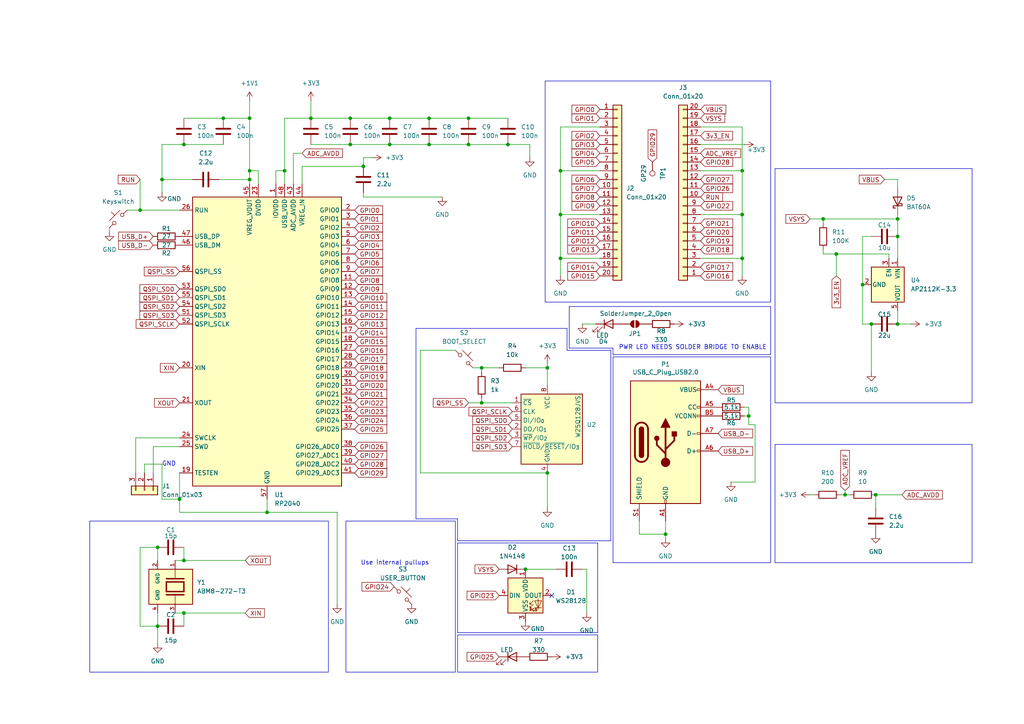
<source format=kicad_sch>
(kicad_sch (version 20250114) (generator "eeschema") (generator_version "9.0")
  (paper "A4")
  (rectangle (start 100.33 151.13) (end 132.08 194.945))
  (rectangle (start 177.8 103.505) (end 223.52 163.195))
  (rectangle (start 132.715 157.48) (end 173.355 183.515))
  (rectangle (start 26.035 151.13) (end 95.25 194.945))
  (rectangle (start 224.79 48.895) (end 281.94 116.84))
  (rectangle (start 224.79 128.905) (end 281.94 163.195))
  (rectangle (start 158.115 23.495) (end 223.52 87.63))
  (rectangle (start 132.715 184.15) (end 173.355 194.945))
  (text "Use internal pullups" (at 114.554 163.322 0) (effects (font (size 1.27 1.27))))
  (text "GND\n" (at 49.022 134.62 0) (effects (font (size 1.27 1.27))))
  (text "PWR LED NEEDS SOLDER BRIDGE TO ENABLE\n" (at 200.914 100.838 0) (effects (font (size 1.27 1.27))))
  (junction (at 250.19 82.55))
  (junction (at 53.34 177.8))
  (junction (at 90.17 34.29))
  (junction (at 260.35 93.98))
  (junction (at 162.56 49.53))
  (junction (at 64.77 34.29))
  (junction (at 139.7 116.84))
  (junction (at 101.6 34.29))
  (junction (at 152.4 165.1))
  (junction (at 82.55 49.53))
  (junction (at 238.76 63.5))
  (junction (at 45.72 158.75))
  (junction (at 113.03 41.91))
  (junction (at 52.07 144.78))
  (junction (at 242.57 73.66))
  (junction (at 162.56 74.93))
  (junction (at 217.17 120.65))
  (junction (at 45.72 181.61))
  (junction (at 40.64 60.96))
  (junction (at 254 143.51))
  (junction (at 158.75 137.16))
  (junction (at 245.11 143.51))
  (junction (at 135.89 34.29))
  (junction (at 135.89 41.91))
  (junction (at 124.46 41.91))
  (junction (at 260.35 68.58))
  (junction (at 162.56 62.23))
  (junction (at 124.46 34.29))
  (junction (at 53.34 41.91))
  (junction (at 77.47 148.59))
  (junction (at 46.99 52.07))
  (junction (at 53.34 162.56))
  (junction (at 215.265 62.23))
  (junction (at 215.265 74.93))
  (junction (at 193.04 154.94))
  (junction (at 158.75 106.68))
  (junction (at 215.265 49.53))
  (junction (at 139.7 106.68))
  (junction (at 252.73 93.98))
  (junction (at 72.39 52.07))
  (junction (at 260.35 63.5))
  (junction (at 72.39 34.29))
  (junction (at 113.03 34.29))
  (junction (at 72.39 49.53))
  (junction (at 101.6 41.91))
  (junction (at 105.41 48.26))
  (junction (at 147.32 41.91))
  (no_connect (at 160.02 172.72))
  (wire (pts (xy 46.99 41.91) (xy 53.34 41.91)))
  (wire (pts (xy 137.16 106.68) (xy 139.7 106.68)))
  (wire (pts (xy 139.7 106.68) (xy 144.78 106.68)))
  (wire (pts (xy 250.19 68.58) (xy 252.73 68.58)))
  (wire (pts (xy 139.7 116.84) (xy 148.59 116.84)))
  (polyline (pts (xy 120.65 95.25) (xy 120.65 150.495)))
  (polyline (pts (xy 165.1 100.965) (xy 177.8 100.965)))
  (wire (pts (xy 260.35 52.07) (xy 256.54 52.07)))
  (wire (pts (xy 135.89 34.29) (xy 147.32 34.29)))
  (polyline (pts (xy 164.465 101.6) (xy 164.465 95.25)))
  (wire (pts (xy 135.89 116.84) (xy 139.7 116.84)))
  (wire (pts (xy 87.63 44.45) (xy 85.09 44.45)))
  (wire (pts (xy 217.17 118.11) (xy 217.17 120.65)))
  (wire (pts (xy 52.07 129.54) (xy 44.45 129.54)))
  (wire (pts (xy 40.64 181.61) (xy 45.72 181.61)))
  (wire (pts (xy 52.07 148.59) (xy 77.47 148.59)))
  (wire (pts (xy 31.75 67.31) (xy 31.75 66.04)))
  (wire (pts (xy 46.99 134.62) (xy 46.99 144.78)))
  (wire (pts (xy 52.07 127) (xy 39.37 127)))
  (wire (pts (xy 254 143.51) (xy 261.62 143.51)))
  (wire (pts (xy 219.0022 123.19) (xy 219.0022 139.8414)))
  (wire (pts (xy 243.84 143.51) (xy 245.11 143.51)))
  (wire (pts (xy 52.07 148.59) (xy 52.07 144.78)))
  (wire (pts (xy 203.2 49.53) (xy 215.265 49.53)))
  (wire (pts (xy 257.81 74.93) (xy 257.81 73.66)))
  (wire (pts (xy 242.57 73.66) (xy 238.76 73.66)))
  (wire (pts (xy 245.11 143.51) (xy 246.38 143.51)))
  (wire (pts (xy 53.34 177.8) (xy 53.34 181.61)))
  (wire (pts (xy 139.7 106.68) (xy 139.7 107.95)))
  (wire (pts (xy 87.63 48.26) (xy 105.41 48.26)))
  (wire (pts (xy 168.91 93.98) (xy 172.72 93.98)))
  (wire (pts (xy 46.99 52.07) (xy 55.88 52.07)))
  (wire (pts (xy 203.2 36.83) (xy 215.265 36.83)))
  (wire (pts (xy 152.4 106.68) (xy 158.75 106.68)))
  (wire (pts (xy 212.0166 139.8414) (xy 219.0022 139.8414)))
  (wire (pts (xy 53.34 177.8) (xy 71.12 177.8)))
  (wire (pts (xy 215.265 80.01) (xy 215.265 74.93)))
  (wire (pts (xy 97.79 175.26) (xy 97.79 148.59)))
  (polyline (pts (xy 177.8 102.87) (xy 223.52 102.87)))
  (wire (pts (xy 121.92 101.6) (xy 121.92 137.16)))
  (wire (pts (xy 101.6 41.91) (xy 113.03 41.91)))
  (wire (pts (xy 147.32 41.91) (xy 153.67 41.91)))
  (wire (pts (xy 41.91 137.16) (xy 41.91 134.62)))
  (wire (pts (xy 217.17 123.19) (xy 219.0022 123.19)))
  (wire (pts (xy 80.01 49.53) (xy 82.55 49.53)))
  (wire (pts (xy 72.39 49.53) (xy 74.93 49.53)))
  (wire (pts (xy 128.27 57.15) (xy 105.41 57.15)))
  (wire (pts (xy 40.64 158.75) (xy 45.72 158.75)))
  (wire (pts (xy 44.45 129.54) (xy 44.45 137.16)))
  (polyline (pts (xy 177.8 100.965) (xy 177.8 102.87)))
  (wire (pts (xy 45.72 177.8) (xy 45.72 181.61)))
  (wire (pts (xy 77.47 148.59) (xy 97.79 148.59)))
  (wire (pts (xy 161.29 165.1) (xy 152.4 165.1)))
  (wire (pts (xy 40.64 52.07) (xy 40.64 60.96)))
  (wire (pts (xy 173.99 49.53) (xy 162.56 49.53)))
  (wire (pts (xy 87.63 53.34) (xy 87.63 48.26)))
  (wire (pts (xy 80.01 53.34) (xy 80.01 49.53)))
  (wire (pts (xy 162.56 62.23) (xy 162.56 74.93)))
  (wire (pts (xy 105.41 45.72) (xy 105.41 48.26)))
  (wire (pts (xy 185.42 151.13) (xy 185.42 154.94)))
  (polyline (pts (xy 132.715 156.845) (xy 177.165 156.845)))
  (polyline (pts (xy 165.1 88.9) (xy 165.1 100.965)))
  (wire (pts (xy 46.99 52.07) (xy 46.99 41.91)))
  (wire (pts (xy 90.17 29.21) (xy 90.17 34.29)))
  (wire (pts (xy 85.09 44.45) (xy 85.09 53.34)))
  (wire (pts (xy 53.34 41.91) (xy 64.77 41.91)))
  (wire (pts (xy 46.99 144.78) (xy 52.07 144.78)))
  (wire (pts (xy 82.55 34.29) (xy 90.17 34.29)))
  (wire (pts (xy 203.2 41.91) (xy 215.9 41.91)))
  (wire (pts (xy 234.95 143.51) (xy 236.22 143.51)))
  (wire (pts (xy 203.2 74.93) (xy 215.265 74.93)))
  (wire (pts (xy 162.56 36.83) (xy 162.56 49.53)))
  (wire (pts (xy 250.19 68.58) (xy 250.19 82.55)))
  (wire (pts (xy 64.77 34.29) (xy 72.39 34.29)))
  (wire (pts (xy 40.64 60.96) (xy 52.07 60.96)))
  (wire (pts (xy 105.41 57.15) (xy 105.41 55.88)))
  (polyline (pts (xy 164.465 95.25) (xy 120.65 95.25)))
  (wire (pts (xy 101.6 34.29) (xy 113.03 34.29)))
  (wire (pts (xy 39.37 127) (xy 39.37 137.16)))
  (wire (pts (xy 90.17 41.91) (xy 101.6 41.91)))
  (wire (pts (xy 40.64 158.75) (xy 40.64 181.61)))
  (polyline (pts (xy 120.65 150.495) (xy 132.715 150.495)))
  (wire (pts (xy 50.8 177.8) (xy 53.34 177.8)))
  (wire (pts (xy 113.03 41.91) (xy 124.46 41.91)))
  (wire (pts (xy 53.34 158.75) (xy 53.34 162.56)))
  (wire (pts (xy 45.72 162.56) (xy 45.72 158.75)))
  (wire (pts (xy 238.76 63.5) (xy 260.35 63.5)))
  (wire (pts (xy 36.83 60.96) (xy 40.64 60.96)))
  (wire (pts (xy 50.8 162.56) (xy 53.34 162.56)))
  (wire (pts (xy 260.35 90.17) (xy 260.35 93.98)))
  (wire (pts (xy 193.04 156.21) (xy 193.04 154.94)))
  (wire (pts (xy 52.07 137.16) (xy 52.07 144.78)))
  (polyline (pts (xy 223.52 88.9) (xy 165.1 88.9)))
  (wire (pts (xy 203.2 62.23) (xy 215.265 62.23)))
  (wire (pts (xy 124.46 34.29) (xy 135.89 34.29)))
  (wire (pts (xy 217.17 120.65) (xy 217.17 123.19)))
  (wire (pts (xy 173.99 62.23) (xy 162.56 62.23)))
  (wire (pts (xy 250.19 82.55) (xy 250.19 93.98)))
  (wire (pts (xy 215.265 62.23) (xy 215.265 74.93)))
  (wire (pts (xy 132.08 101.6) (xy 121.92 101.6)))
  (wire (pts (xy 162.56 74.93) (xy 162.56 80.01)))
  (wire (pts (xy 238.76 72.39) (xy 238.76 73.66)))
  (wire (pts (xy 264.16 93.98) (xy 260.35 93.98)))
  (wire (pts (xy 162.56 74.93) (xy 173.99 74.93)))
  (polyline (pts (xy 177.165 101.6) (xy 164.465 101.6)))
  (wire (pts (xy 260.35 68.58) (xy 260.35 74.93)))
  (wire (pts (xy 124.46 41.91) (xy 135.89 41.91)))
  (wire (pts (xy 162.56 49.53) (xy 162.56 62.23)))
  (wire (pts (xy 173.99 36.83) (xy 162.56 36.83)))
  (wire (pts (xy 74.93 53.34) (xy 74.93 49.53)))
  (wire (pts (xy 217.17 118.11) (xy 215.9 118.11)))
  (wire (pts (xy 158.75 137.16) (xy 158.75 147.32)))
  (wire (pts (xy 53.34 162.56) (xy 71.12 162.56)))
  (polyline (pts (xy 223.52 102.87) (xy 223.52 88.9)))
  (wire (pts (xy 215.265 49.53) (xy 215.265 62.23)))
  (wire (pts (xy 185.42 154.94) (xy 193.04 154.94)))
  (wire (pts (xy 170.18 165.1) (xy 168.91 165.1)))
  (wire (pts (xy 215.265 36.83) (xy 215.265 49.53)))
  (wire (pts (xy 82.55 49.53) (xy 82.55 53.34)))
  (wire (pts (xy 254 147.32) (xy 254 143.51)))
  (wire (pts (xy 158.75 106.68) (xy 158.75 111.76)))
  (wire (pts (xy 158.75 105.41) (xy 158.75 106.68)))
  (wire (pts (xy 46.99 55.88) (xy 46.99 52.07)))
  (polyline (pts (xy 132.715 150.495) (xy 132.715 156.845)))
  (wire (pts (xy 90.17 34.29) (xy 101.6 34.29)))
  (wire (pts (xy 170.18 177.8) (xy 170.18 165.1)))
  (wire (pts (xy 153.67 45.72) (xy 153.67 41.91)))
  (wire (pts (xy 53.34 34.29) (xy 64.77 34.29)))
  (wire (pts (xy 242.57 80.01) (xy 242.57 73.66)))
  (wire (pts (xy 260.35 62.23) (xy 260.35 63.5)))
  (wire (pts (xy 215.9 120.65) (xy 217.17 120.65)))
  (wire (pts (xy 72.39 29.21) (xy 72.39 34.29)))
  (wire (pts (xy 113.03 34.29) (xy 124.46 34.29)))
  (wire (pts (xy 121.92 137.16) (xy 158.75 137.16)))
  (wire (pts (xy 72.39 52.07) (xy 72.39 49.53)))
  (wire (pts (xy 139.7 115.57) (xy 139.7 116.84)))
  (wire (pts (xy 135.89 41.91) (xy 147.32 41.91)))
  (wire (pts (xy 250.19 93.98) (xy 252.73 93.98)))
  (wire (pts (xy 72.39 53.34) (xy 72.39 52.07)))
  (wire (pts (xy 63.5 52.07) (xy 72.39 52.07)))
  (polyline (pts (xy 177.165 156.845) (xy 177.165 101.6)))
  (wire (pts (xy 234.95 63.5) (xy 238.76 63.5)))
  (wire (pts (xy 245.11 142.24) (xy 245.11 143.51)))
  (wire (pts (xy 82.55 34.29) (xy 82.55 49.53)))
  (wire (pts (xy 45.72 181.61) (xy 45.72 186.69)))
  (wire (pts (xy 77.47 144.78) (xy 77.47 148.59)))
  (wire (pts (xy 257.81 73.66) (xy 242.57 73.66)))
  (wire (pts (xy 260.35 63.5) (xy 260.35 68.58)))
  (wire (pts (xy 238.76 64.77) (xy 238.76 63.5)))
  (wire (pts (xy 252.73 93.98) (xy 252.73 107.95)))
  (wire (pts (xy 41.91 134.62) (xy 46.99 134.62)))
  (wire (pts (xy 260.35 54.61) (xy 260.35 52.07)))
  (wire (pts (xy 72.39 34.29) (xy 72.39 49.53)))
  (wire (pts (xy 193.04 154.94) (xy 193.04 151.13)))
  (wire (pts (xy 107.95 45.72) (xy 105.41 45.72)))
  (global_label "VSYS" (shape input) (at 234.95 63.5 180) (property "Intersheetrefs" "${INTERSHEET_REFS}" (effects (hide yes))))
  (global_label "GPIO21" (shape input) (at 203.2 64.77 0) (property "Intersheetrefs" "${INTERSHEET_REFS}" (effects (hide yes))))
  (global_label "GPIO12" (shape input) (at 173.99 69.85 180) (property "Intersheetrefs" "${INTERSHEET_REFS}" (effects (hide yes))))
  (global_label "GPIO15" (shape input) (at 102.87 99.06 0) (property "Intersheetrefs" "${INTERSHEET_REFS}" (effects (hide yes))))
  (global_label "GPIO11" (shape input) (at 173.99 67.31 180) (property "Intersheetrefs" "${INTERSHEET_REFS}" (effects (hide yes))))
  (global_label "GPIO14" (shape input) (at 102.87 96.52 0) (property "Intersheetrefs" "${INTERSHEET_REFS}" (effects (hide yes))))
  (global_label "XIN" (shape input) (at 71.12 177.8 0) (property "Intersheetrefs" "${INTERSHEET_REFS}" (effects (hide yes))))
  (global_label "GPIO2" (shape input) (at 173.99 39.37 180) (property "Intersheetrefs" "${INTERSHEET_REFS}" (effects (hide yes))))
  (global_label "QSPI_SS" (shape input) (at 135.89 116.84 180) (property "Intersheetrefs" "${INTERSHEET_REFS}" (effects (hide yes))))
  (global_label "GPIO27" (shape input) (at 203.2 52.07 0) (property "Intersheetrefs" "${INTERSHEET_REFS}" (effects (hide yes))))
  (global_label "QSPI_SD0" (shape input) (at 52.07 83.82 180) (property "Intersheetrefs" "${INTERSHEET_REFS}" (effects (hide yes))))
  (global_label "GPIO1" (shape input) (at 173.99 34.29 180) (property "Intersheetrefs" "${INTERSHEET_REFS}" (effects (hide yes))))
  (global_label "GPIO6" (shape input) (at 102.87 76.2 0) (property "Intersheetrefs" "${INTERSHEET_REFS}" (effects (hide yes))))
  (global_label "USB_D-" (shape input) (at 208.28 125.73 0) (property "Intersheetrefs" "${INTERSHEET_REFS}" (effects (hide yes))))
  (global_label "GPIO2" (shape input) (at 102.87 66.04 0) (property "Intersheetrefs" "${INTERSHEET_REFS}" (effects (hide yes))))
  (global_label "3v3_EN" (shape input) (at 242.57 80.01 270) (property "Intersheetrefs" "${INTERSHEET_REFS}" (effects (hide yes))))
  (global_label "XOUT" (shape input) (at 52.07 116.84 180) (property "Intersheetrefs" "${INTERSHEET_REFS}" (effects (hide yes))))
  (global_label "GPIO29" (shape input) (at 189.23 46.99 90) (property "Intersheetrefs" "${INTERSHEET_REFS}" (effects (hide yes))))
  (global_label "GPIO3" (shape input) (at 102.87 68.58 0) (property "Intersheetrefs" "${INTERSHEET_REFS}" (effects (hide yes))))
  (global_label "ADC_VREF" (shape input) (at 203.2 44.45 0) (property "Intersheetrefs" "${INTERSHEET_REFS}" (effects (hide yes))))
  (global_label "QSPI_SD2" (shape input) (at 52.07 88.9 180) (property "Intersheetrefs" "${INTERSHEET_REFS}" (effects (hide yes))))
  (global_label "GPIO0" (shape input) (at 102.87 60.96 0) (property "Intersheetrefs" "${INTERSHEET_REFS}" (effects (hide yes))))
  (global_label "GPIO14" (shape input) (at 173.99 77.47 180) (property "Intersheetrefs" "${INTERSHEET_REFS}" (effects (hide yes))))
  (global_label "QSPI_SD3" (shape input) (at 148.59 129.54 180) (property "Intersheetrefs" "${INTERSHEET_REFS}" (effects (hide yes))))
  (global_label "VBUS" (shape input) (at 203.2 31.75 0) (property "Intersheetrefs" "${INTERSHEET_REFS}" (effects (hide yes))))
  (global_label "GPIO22" (shape input) (at 102.87 116.84 0) (property "Intersheetrefs" "${INTERSHEET_REFS}" (effects (hide yes))))
  (global_label "GPIO13" (shape input) (at 102.87 93.98 0) (property "Intersheetrefs" "${INTERSHEET_REFS}" (effects (hide yes))))
  (global_label "GPIO4" (shape input) (at 102.87 71.12 0) (property "Intersheetrefs" "${INTERSHEET_REFS}" (effects (hide yes))))
  (global_label "GPIO0" (shape input) (at 173.99 31.75 180) (property "Intersheetrefs" "${INTERSHEET_REFS}" (effects (hide yes))))
  (global_label "3v3_EN" (shape input) (at 203.2 39.37 0) (property "Intersheetrefs" "${INTERSHEET_REFS}" (effects (hide yes))))
  (global_label "QSPI_SD2" (shape input) (at 148.59 127 180) (property "Intersheetrefs" "${INTERSHEET_REFS}" (effects (hide yes))))
  (global_label "GPIO3" (shape input) (at 173.99 41.91 180) (property "Intersheetrefs" "${INTERSHEET_REFS}" (effects (hide yes))))
  (global_label "QSPI_SD1" (shape input) (at 148.59 124.46 180) (property "Intersheetrefs" "${INTERSHEET_REFS}" (effects (hide yes))))
  (global_label "GPIO10" (shape input) (at 173.99 64.77 180) (property "Intersheetrefs" "${INTERSHEET_REFS}" (effects (hide yes))))
  (global_label "USB_D-" (shape input) (at 44.45 71.12 180) (property "Intersheetrefs" "${INTERSHEET_REFS}" (effects (hide yes))))
  (global_label "GPIO9" (shape input) (at 102.87 83.82 0) (property "Intersheetrefs" "${INTERSHEET_REFS}" (effects (hide yes))))
  (global_label "XIN" (shape input) (at 52.07 106.68 180) (property "Intersheetrefs" "${INTERSHEET_REFS}" (effects (hide yes))))
  (global_label "GPIO25" (shape input) (at 144.78 190.5 180) (property "Intersheetrefs" "${INTERSHEET_REFS}" (effects (hide yes))))
  (global_label "GPIO6" (shape input) (at 173.99 52.07 180) (property "Intersheetrefs" "${INTERSHEET_REFS}" (effects (hide yes))))
  (global_label "GPIO28" (shape input) (at 203.2 46.99 0) (property "Intersheetrefs" "${INTERSHEET_REFS}" (effects (hide yes))))
  (global_label "ADC_AVDD" (shape input) (at 87.63 44.45 0) (property "Intersheetrefs" "${INTERSHEET_REFS}" (effects (hide yes))))
  (global_label "GPIO7" (shape input) (at 173.99 54.61 180) (property "Intersheetrefs" "${INTERSHEET_REFS}" (effects (hide yes))))
  (global_label "GPIO9" (shape input) (at 173.99 59.69 180) (property "Intersheetrefs" "${INTERSHEET_REFS}" (effects (hide yes))))
  (global_label "GPIO22" (shape input) (at 203.2 59.69 0) (property "Intersheetrefs" "${INTERSHEET_REFS}" (effects (hide yes))))
  (global_label "GPIO24" (shape input) (at 114.3 170.18 180) (property "Intersheetrefs" "${INTERSHEET_REFS}" (effects (hide yes))))
  (global_label "GPIO16" (shape input) (at 203.2 80.01 0) (property "Intersheetrefs" "${INTERSHEET_REFS}" (effects (hide yes))))
  (global_label "USB_D+" (shape input) (at 208.28 130.81 0) (property "Intersheetrefs" "${INTERSHEET_REFS}" (effects (hide yes))))
  (global_label "XOUT" (shape input) (at 71.12 162.56 0) (property "Intersheetrefs" "${INTERSHEET_REFS}" (effects (hide yes))))
  (global_label "GPIO10" (shape input) (at 102.87 86.36 0) (property "Intersheetrefs" "${INTERSHEET_REFS}" (effects (hide yes))))
  (global_label "GPIO25" (shape input) (at 102.87 124.46 0) (property "Intersheetrefs" "${INTERSHEET_REFS}" (effects (hide yes))))
  (global_label "QSPI_SD0" (shape input) (at 148.59 121.92 180) (property "Intersheetrefs" "${INTERSHEET_REFS}" (effects (hide yes))))
  (global_label "GPIO12" (shape input) (at 102.87 91.44 0) (property "Intersheetrefs" "${INTERSHEET_REFS}" (effects (hide yes))))
  (global_label "GPIO26" (shape input) (at 203.2 54.61 0) (property "Intersheetrefs" "${INTERSHEET_REFS}" (effects (hide yes))))
  (global_label "GPIO15" (shape input) (at 173.99 80.01 180) (property "Intersheetrefs" "${INTERSHEET_REFS}" (effects (hide yes))))
  (global_label "GPIO23" (shape input) (at 102.87 119.38 0) (property "Intersheetrefs" "${INTERSHEET_REFS}" (effects (hide yes))))
  (global_label "GPIO26" (shape input) (at 102.87 129.54 0) (property "Intersheetrefs" "${INTERSHEET_REFS}" (effects (hide yes))))
  (global_label "QSPI_SD1" (shape input) (at 52.07 86.36 180) (property "Intersheetrefs" "${INTERSHEET_REFS}" (effects (hide yes))))
  (global_label "GPIO20" (shape input) (at 203.2 67.31 0) (property "Intersheetrefs" "${INTERSHEET_REFS}" (effects (hide yes))))
  (global_label "QSPI_SD3" (shape input) (at 52.07 91.44 180) (property "Intersheetrefs" "${INTERSHEET_REFS}" (effects (hide yes))))
  (global_label "GPIO24" (shape input) (at 102.87 121.92 0) (property "Intersheetrefs" "${INTERSHEET_REFS}" (effects (hide yes))))
  (global_label "QSPI_SCLK" (shape input) (at 148.59 119.38 180) (property "Intersheetrefs" "${INTERSHEET_REFS}" (effects (hide yes))))
  (global_label "GPIO7" (shape input) (at 102.87 78.74 0) (property "Intersheetrefs" "${INTERSHEET_REFS}" (effects (hide yes))))
  (global_label "GPIO11" (shape input) (at 102.87 88.9 0) (property "Intersheetrefs" "${INTERSHEET_REFS}" (effects (hide yes))))
  (global_label "QSPI_SS" (shape input) (at 52.07 78.74 180) (property "Intersheetrefs" "${INTERSHEET_REFS}" (effects (hide yes))))
  (global_label "GPIO5" (shape input) (at 173.99 46.99 180) (property "Intersheetrefs" "${INTERSHEET_REFS}" (effects (hide yes))))
  (global_label "GPIO19" (shape input) (at 203.2 69.85 0) (property "Intersheetrefs" "${INTERSHEET_REFS}" (effects (hide yes))))
  (global_label "GPIO13" (shape input) (at 173.99 72.39 180) (property "Intersheetrefs" "${INTERSHEET_REFS}" (effects (hide yes))))
  (global_label "GPIO18" (shape input) (at 102.87 106.68 0) (property "Intersheetrefs" "${INTERSHEET_REFS}" (effects (hide yes))))
  (global_label "GPIO19" (shape input) (at 102.87 109.22 0) (property "Intersheetrefs" "${INTERSHEET_REFS}" (effects (hide yes))))
  (global_label "QSPI_SCLK" (shape input) (at 52.07 93.98 180) (property "Intersheetrefs" "${INTERSHEET_REFS}" (effects (hide yes))))
  (global_label "ADC_VREF" (shape input) (at 245.11 142.24 90) (property "Intersheetrefs" "${INTERSHEET_REFS}" (effects (hide yes))))
  (global_label "VSYS" (shape input) (at 144.78 165.1 180) (property "Intersheetrefs" "${INTERSHEET_REFS}" (effects (hide yes))))
  (global_label "VBUS" (shape input) (at 208.28 113.03 0) (property "Intersheetrefs" "${INTERSHEET_REFS}" (effects (hide yes))))
  (global_label "USB_D+" (shape input) (at 44.45 68.58 180) (property "Intersheetrefs" "${INTERSHEET_REFS}" (effects (hide yes))))
  (global_label "GPIO29" (shape input) (at 102.87 137.16 0) (property "Intersheetrefs" "${INTERSHEET_REFS}" (effects (hide yes))))
  (global_label "GPIO28" (shape input) (at 102.87 134.62 0) (property "Intersheetrefs" "${INTERSHEET_REFS}" (effects (hide yes))))
  (global_label "GPIO23" (shape input) (at 144.78 172.72 180) (property "Intersheetrefs" "${INTERSHEET_REFS}" (effects (hide yes))))
  (global_label "GPIO17" (shape input) (at 203.2 77.47 0) (property "Intersheetrefs" "${INTERSHEET_REFS}" (effects (hide yes))))
  (global_label "GPIO20" (shape input) (at 102.87 111.76 0) (property "Intersheetrefs" "${INTERSHEET_REFS}" (effects (hide yes))))
  (global_label "RUN" (shape input) (at 203.2 57.15 0) (property "Intersheetrefs" "${INTERSHEET_REFS}" (effects (hide yes))))
  (global_label "GPIO8" (shape input) (at 173.99 57.15 180) (property "Intersheetrefs" "${INTERSHEET_REFS}" (effects (hide yes))))
  (global_label "GPIO18" (shape input) (at 203.2 72.39 0) (property "Intersheetrefs" "${INTERSHEET_REFS}" (effects (hide yes))))
  (global_label "ADC_AVDD" (shape input) (at 261.62 143.51 0) (property "Intersheetrefs" "${INTERSHEET_REFS}" (effects (hide yes))))
  (global_label "GPIO5" (shape input) (at 102.87 73.66 0) (property "Intersheetrefs" "${INTERSHEET_REFS}" (effects (hide yes))))
  (global_label "RUN" (shape input) (at 40.64 52.07 180) (property "Intersheetrefs" "${INTERSHEET_REFS}" (effects (hide yes))))
  (global_label "GPIO4" (shape input) (at 173.99 44.45 180) (property "Intersheetrefs" "${INTERSHEET_REFS}" (effects (hide yes))))
  (global_label "GPIO21" (shape input) (at 102.87 114.3 0) (property "Intersheetrefs" "${INTERSHEET_REFS}" (effects (hide yes))))
  (global_label "VSYS" (shape input) (at 203.2 34.29 0) (property "Intersheetrefs" "${INTERSHEET_REFS}" (effects (hide yes))))
  (global_label "GPIO16" (shape input) (at 102.87 101.6 0) (property "Intersheetrefs" "${INTERSHEET_REFS}" (effects (hide yes))))
  (global_label "GPIO8" (shape input) (at 102.87 81.28 0) (property "Intersheetrefs" "${INTERSHEET_REFS}" (effects (hide yes))))
  (global_label "VBUS" (shape input) (at 256.54 52.07 180) (property "Intersheetrefs" "${INTERSHEET_REFS}" (effects (hide yes))))
  (global_label "GPIO1" (shape input) (at 102.87 63.5 0) (property "Intersheetrefs" "${INTERSHEET_REFS}" (effects (hide yes))))
  (global_label "GPIO27" (shape input) (at 102.87 132.08 0) (property "Intersheetrefs" "${INTERSHEET_REFS}" (effects (hide yes))))
  (global_label "GPIO17" (shape input) (at 102.87 104.14 0) (property "Intersheetrefs" "${INTERSHEET_REFS}" (effects (hide yes))))
  (symbol (lib_id "Scottokicad:Placeholder_Keyswitch") (at 34.29 63.5 0) (mirror y) (unit 1)
    (property "Reference" "S1" (at 34.29 55.88 0))
    (property "Value" "Keyswitch" (at 34.29 58.42 0))
    (property "Footprint" "Button_Switch_SMD:SW_SPST_B3U-1000P" (effects (hide yes)))
    (property "Description" "Push button switch, normally open, two pins, 45° tilted" (effects (hide yes)))
  )
  (symbol (lib_id "Device:C") (at 59.69 52.07 270) (unit 1)
    (property "Reference" "C12" (at 59.69 44.45 90))
    (property "Value" "2.2u" (at 59.69 46.99 90))
    (property "Footprint" "Capacitor_SMD:C_0402_1005Metric" (effects (hide yes)))
    (property "Description" "Unpolarized capacitor" (effects (hide yes)))
  )
  (symbol (lib_id "MCU_RaspberryPi:RP2040") (at 77.47 99.06 0) (unit 1)
    (property "Reference" "U1" (at 79.6133 143.51 0) (effects (justify left)))
    (property "Value" "RP2040" (at 79.6133 146.05 0) (effects (justify left)))
    (property "Footprint" "Package_DFN_QFN:QFN-56-1EP_7x7mm_P0.4mm_EP3.2x3.2mm" (effects (hide yes)))
    (property "Datasheet" "https://datasheets.raspberrypi.com/rp2040/rp2040-datasheet.pdf" (effects (hide yes)))
    (property "Description" "A microcontroller by Raspberry Pi" (effects (hide yes)))
  )
  (symbol (lib_id "Device:R") (at 212.09 118.11 90) (unit 1)
    (property "Reference" "R5" (at 212.09 116.078 90))
    (property "Value" "5.1k" (at 212.09 118.11 90))
    (property "Footprint" "Resistor_SMD:R_0402_1005Metric" (effects (hide yes)))
    (property "Description" "Resistor" (effects (hide yes)))
  )
  (symbol (lib_id "power:GND") (at 152.4 180.34 0) (unit 1)
    (property "Reference" "#PWR017" (effects (hide yes)))
    (property "Value" "GND" (at 155.956 182.372 0))
    (property "Description" "Power symbol creates a global label with name \"GND\" , ground" (effects (hide yes)))
  )
  (symbol (lib_id "Device:R") (at 48.26 68.58 90) (unit 1)
    (property "Reference" "R1" (at 48.26 66.294 90))
    (property "Value" "27" (at 48.26 68.58 90))
    (property "Footprint" "Resistor_SMD:R_0402_1005Metric" (effects (hide yes)))
    (property "Description" "Resistor" (effects (hide yes)))
  )
  (symbol (lib_id "power:+3V3") (at 264.16 93.98 270) (unit 1)
    (property "Reference" "#PWR022" (effects (hide yes)))
    (property "Value" "+3V3" (at 267.97 93.9799 90) (effects (justify left)))
    (property "Description" "Power symbol creates a global label with name \"+3V3\"" (effects (hide yes)))
  )
  (symbol (lib_id "power:GND") (at 162.56 80.01 0) (unit 1)
    (property "Reference" "#PWR015" (effects (hide yes)))
    (property "Value" "GND" (at 162.56 85.09 0))
    (property "Description" "Power symbol creates a global label with name \"GND\" , ground" (effects (hide yes)))
  )
  (symbol (lib_id "Device:R") (at 212.09 120.65 90) (unit 1)
    (property "Reference" "R6" (at 212.09 122.682 90))
    (property "Value" "5.1k" (at 212.09 120.65 90))
    (property "Footprint" "Resistor_SMD:R_0402_1005Metric" (effects (hide yes)))
    (property "Description" "Resistor" (effects (hide yes)))
  )
  (symbol (lib_id "Scottokicad:Placeholder_Keyswitch") (at 116.84 172.72 0) (unit 1)
    (property "Reference" "S3" (at 116.84 165.1 0))
    (property "Value" "USER_BUTTON" (at 116.84 167.64 0))
    (property "Footprint" "Button_Switch_SMD:SW_SPST_B3U-1000P" (effects (hide yes)))
    (property "Description" "Push button switch, normally open, two pins, 45° tilted" (effects (hide yes)))
  )
  (symbol (lib_id "Device:R") (at 250.19 143.51 90) (unit 1)
    (property "Reference" "R9" (at 250.19 137.16 90))
    (property "Value" "10" (at 250.19 139.7 90))
    (property "Footprint" "Capacitor_SMD:C_0402_1005Metric" (effects (hide yes)))
    (property "Description" "Resistor" (effects (hide yes)))
  )
  (symbol (lib_id "power:GND") (at 215.265 80.01 0) (mirror y) (unit 1)
    (property "Reference" "#PWR016" (effects (hide yes)))
    (property "Value" "GND" (at 215.265 85.09 0))
    (property "Description" "Power symbol creates a global label with name \"GND\" , ground" (effects (hide yes)))
  )
  (symbol (lib_id "power:+3V3") (at 158.75 105.41 0) (unit 1)
    (property "Reference" "#PWR011" (effects (hide yes)))
    (property "Value" "+3V3" (at 158.75 100.33 0))
    (property "Description" "Power symbol creates a global label with name \"+3V3\"" (effects (hide yes)))
  )
  (symbol (lib_id "Device:C") (at 165.1 165.1 90) (unit 1)
    (property "Reference" "C13" (at 165.1 159.004 90))
    (property "Value" "100n" (at 165.1 161.544 90))
    (property "Footprint" "Capacitor_SMD:C_0402_1005Metric" (effects (hide yes)))
    (property "Description" "Unpolarized capacitor" (effects (hide yes)))
  )
  (symbol (lib_id "Connector_Generic:Conn_01x20") (at 198.12 57.15 180) (unit 1)
    (property "Reference" "J3" (at 198.12 25.4 0))
    (property "Value" "Conn_01x20" (at 198.12 27.94 0))
    (property "Footprint" "Connector_PinHeader_2.54mm:PinHeader_1x20_P2.54mm_Vertical" (effects (hide yes)))
    (property "Description" "Generic connector, single row, 01x20, script generated (kicad-library-utils/schlib/autogen/connector/)" (effects (hide yes)))
  )
  (symbol (lib_id "power:+3V3") (at 195.58 93.98 270) (unit 1)
    (property "Reference" "#PWR020" (effects (hide yes)))
    (property "Value" "+3V3" (at 199.39 93.9799 90) (effects (justify left)))
    (property "Description" "Power symbol creates a global label with name \"+3V3\"" (effects (hide yes)))
  )
  (symbol (lib_id "Device:C") (at 49.53 181.61 90) (unit 1)
    (property "Reference" "C2" (at 49.53 178.308 90))
    (property "Value" "15p" (at 49.53 185.674 90))
    (property "Footprint" "Capacitor_SMD:C_0402_1005Metric" (effects (hide yes)))
    (property "Description" "Unpolarized capacitor" (effects (hide yes)))
  )
  (symbol (lib_id "ABM8-272-T3:ABM8-272-T3") (at 50.8 170.18 270) (unit 1)
    (property "Reference" "Y1" (at 57.15 168.9099 90) (effects (justify left)))
    (property "Value" "ABM8-272-T3" (at 57.15 171.4499 90) (effects (justify left)))
    (property "Footprint" "kicad-lib:XTAL_ABM8-272-T3" (effects (hide yes)))
  )
  (symbol (lib_id "Device:C") (at 53.34 38.1 0) (unit 1)
    (property "Reference" "C3" (at 57.15 36.8299 0) (effects (justify left)))
    (property "Value" "100n" (at 57.15 39.3699 0) (effects (justify left)))
    (property "Footprint" "Capacitor_SMD:C_0402_1005Metric" (effects (hide yes)))
    (property "Description" "Unpolarized capacitor" (effects (hide yes)))
  )
  (symbol (lib_id "Device:R") (at 240.03 143.51 90) (unit 1)
    (property "Reference" "R10" (at 240.03 137.16 90))
    (property "Value" "200" (at 240.03 139.7 90))
    (property "Footprint" "Capacitor_SMD:C_0402_1005Metric" (effects (hide yes)))
    (property "Description" "Resistor" (effects (hide yes)))
  )
  (symbol (lib_id "Connector:USB_C_Plug_USB2.0") (at 193.04 128.27 0) (unit 1)
    (property "Reference" "P1" (at 193.04 105.664 0))
    (property "Value" "USB_C_Plug_USB2.0" (at 193.04 107.95 0))
    (property "Footprint" "Connector_USB:USB_C_Receptacle_HCTL_HC-TYPE-C-16P-01A" (effects (hide yes)))
    (property "Datasheet" "https://www.usb.org/sites/default/files/documents/usb_type-c.zip" (effects (hide yes)))
    (property "Description" "USB 2.0-only Type-C Plug connector" (effects (hide yes)))
  )
  (symbol (lib_id "Scottokicad:Placeholder_Keyswitch") (at 134.62 104.14 0) (unit 1)
    (property "Reference" "S2" (at 134.62 96.52 0))
    (property "Value" "BOOT_SELECT" (at 134.62 99.06 0))
    (property "Footprint" "Button_Switch_SMD:SW_SPST_B3U-1000P" (effects (hide yes)))
    (property "Description" "Push button switch, normally open, two pins, 45° tilted" (effects (hide yes)))
  )
  (symbol (lib_id "power:+3V3") (at 215.9 41.91 270) (unit 1)
    (property "Reference" "#PWR014" (effects (hide yes)))
    (property "Value" "+3V3" (at 216.662 43.434 90) (effects (justify left)))
    (property "Description" "Power symbol creates a global label with name \"+3V3\"" (effects (hide yes)))
  )
  (symbol (lib_id "power:GND") (at 158.75 147.32 0) (unit 1)
    (property "Reference" "#PWR010" (effects (hide yes)))
    (property "Value" "GND" (at 158.75 152.4 0))
    (property "Description" "Power symbol creates a global label with name \"GND\" , ground" (effects (hide yes)))
  )
  (symbol (lib_id "power:GND") (at 193.04 156.21 0) (unit 1)
    (property "Reference" "#PWR012" (effects (hide yes)))
    (property "Value" "GND" (at 193.04 161.29 0))
    (property "Description" "Power symbol creates a global label with name \"GND\" , ground" (effects (hide yes)))
  )
  (symbol (lib_id "Device:R") (at 191.77 93.98 90) (unit 1)
    (property "Reference" "R8" (at 191.77 96.012 90))
    (property "Value" "330" (at 191.77 98.552 90))
    (property "Footprint" "Resistor_SMD:R_0402_1005Metric" (effects (hide yes)))
    (property "Description" "Resistor" (effects (hide yes)))
  )
  (symbol (lib_id "Device:C") (at 101.6 38.1 0) (unit 1)
    (property "Reference" "C6" (at 105.41 36.8299 0) (effects (justify left)))
    (property "Value" "100n" (at 105.41 39.3699 0) (effects (justify left)))
    (property "Footprint" "Capacitor_SMD:C_0402_1005Metric" (effects (hide yes)))
    (property "Description" "Unpolarized capacitor" (effects (hide yes)))
  )
  (symbol (lib_id "Device:C") (at 256.54 68.58 90) (unit 1)
    (property "Reference" "C14" (at 256.54 65.278 90))
    (property "Value" "10u" (at 256.54 71.882 90))
    (property "Footprint" "Capacitor_SMD:C_0603_1608Metric" (effects (hide yes)))
    (property "Description" "Unpolarized capacitor" (effects (hide yes)))
  )
  (symbol (lib_id "Device:C") (at 113.03 38.1 0) (unit 1)
    (property "Reference" "C7" (at 116.84 36.8299 0) (effects (justify left)))
    (property "Value" "100n" (at 116.84 39.3699 0) (effects (justify left)))
    (property "Footprint" "Capacitor_SMD:C_0402_1005Metric" (effects (hide yes)))
    (property "Description" "Unpolarized capacitor" (effects (hide yes)))
  )
  (symbol (lib_id "power:GND") (at 31.75 67.31 0) (unit 1)
    (property "Reference" "#PWR03" (effects (hide yes)))
    (property "Value" "GND" (at 31.75 72.39 0))
    (property "Description" "Power symbol creates a global label with name \"GND\" , ground" (effects (hide yes)))
  )
  (symbol (lib_id "Device:C") (at 49.53 158.75 90) (unit 1)
    (property "Reference" "C1" (at 49.53 153.67 90))
    (property "Value" "15p" (at 49.53 155.448 90))
    (property "Footprint" "Capacitor_SMD:C_0402_1005Metric" (effects (hide yes)))
    (property "Description" "Unpolarized capacitor" (effects (hide yes)))
  )
  (symbol (lib_id "Device:C") (at 90.17 38.1 0) (unit 1)
    (property "Reference" "C5" (at 93.98 36.8299 0) (effects (justify left)))
    (property "Value" "100n" (at 93.98 39.3699 0) (effects (justify left)))
    (property "Footprint" "Capacitor_SMD:C_0402_1005Metric" (effects (hide yes)))
    (property "Description" "Unpolarized capacitor" (effects (hide yes)))
  )
  (symbol (lib_id "power:GND") (at 46.99 55.88 0) (unit 1)
    (property "Reference" "#PWR05" (effects (hide yes)))
    (property "Value" "GND" (at 50.546 57.658 0))
    (property "Description" "Power symbol creates a global label with name \"GND\" , ground" (effects (hide yes)))
  )
  (symbol (lib_id "Regulator_Linear:AP2112K-3.3") (at 257.81 82.55 270) (unit 1)
    (property "Reference" "U4" (at 264.16 81.2799 90) (effects (justify left)))
    (property "Value" "AP2112K-3.3" (at 264.16 83.8199 90) (effects (justify left)))
    (property "Footprint" "Package_TO_SOT_SMD:SOT-23-5" (effects (hide yes)))
    (property "Datasheet" "https://www.diodes.com/assets/Datasheets/AP2112.pdf" (effects (hide yes)))
    (property "Description" "600mA low dropout linear regulator, with enable pin, 3.8V-6V input voltage range, 3.3V fixed positive output, SOT-23-5" (effects (hide yes)))
  )
  (symbol (lib_id "power:GND") (at 119.38 175.26 0) (unit 1)
    (property "Reference" "#PWR018" (effects (hide yes)))
    (property "Value" "GND" (at 119.38 180.34 0))
    (property "Description" "Power symbol creates a global label with name \"GND\" , ground" (effects (hide yes)))
  )
  (symbol (lib_id "Connector_Generic:Conn_01x03") (at 41.91 142.24 270) (unit 1)
    (property "Reference" "J1" (at 46.99 140.9699 90) (effects (justify left)))
    (property "Value" "Conn_01x03" (at 46.99 143.5099 90) (effects (justify left)))
    (property "Footprint" "Connector_PinHeader_2.54mm:PinHeader_1x03_P2.54mm_Vertical" (effects (hide yes)))
    (property "Description" "Generic connector, single row, 01x03, script generated (kicad-library-utils/schlib/autogen/connector/)" (effects (hide yes)))
  )
  (symbol (lib_id "Device:R") (at 156.21 190.5 90) (unit 1)
    (property "Reference" "R7" (at 156.21 185.928 90))
    (property "Value" "330" (at 156.21 188.468 90))
    (property "Footprint" "Resistor_SMD:R_0402_1005Metric" (effects (hide yes)))
    (property "Description" "Resistor" (effects (hide yes)))
  )
  (symbol (lib_id "power:GND") (at 97.79 175.26 0) (unit 1)
    (property "Reference" "#PWR02" (effects (hide yes)))
    (property "Value" "GND" (at 97.79 180.34 0))
    (property "Description" "Power symbol creates a global label with name \"GND\" , ground" (effects (hide yes)))
  )
  (symbol (lib_id "Diode:BAT60A") (at 260.35 58.42 90) (unit 1)
    (property "Reference" "D5" (at 262.89 57.4674 90) (effects (justify right)))
    (property "Value" "BAT60A" (at 262.89 60.0074 90) (effects (justify right)))
    (property "Footprint" "Diode_SMD:D_SOD-323" (effects (hide yes)))
    (property "Datasheet" "https://www.infineon.com/dgdl/Infineon-BAT60ASERIES-DS-v01_01-en.pdf?fileId=db3a304313d846880113def70c9304a9" (effects (hide yes)))
    (property "Description" "10V 3A High Current Recitifier Schottky Diode, SOD-323" (effects (hide yes)))
  )
  (symbol (lib_id "Device:C") (at 124.46 38.1 0) (unit 1)
    (property "Reference" "C8" (at 128.27 36.8299 0) (effects (justify left)))
    (property "Value" "100n" (at 128.27 39.3699 0) (effects (justify left)))
    (property "Footprint" "Capacitor_SMD:C_0402_1005Metric" (effects (hide yes)))
    (property "Description" "Unpolarized capacitor" (effects (hide yes)))
  )
  (symbol (lib_id "Device:C") (at 256.54 93.98 90) (unit 1)
    (property "Reference" "C15" (at 256.54 91.186 90))
    (property "Value" "22u" (at 256.54 97.282 90))
    (property "Footprint" "Capacitor_SMD:C_0603_1608Metric" (effects (hide yes)))
    (property "Description" "Unpolarized capacitor" (effects (hide yes)))
  )
  (symbol (lib_id "power:GND") (at 128.27 57.15 0) (unit 1)
    (property "Reference" "#PWR07" (effects (hide yes)))
    (property "Value" "GND" (at 128.27 62.23 0))
    (property "Description" "Power symbol creates a global label with name \"GND\" , ground" (effects (hide yes)))
  )
  (symbol (lib_id "Device:LED") (at 148.59 190.5 0) (unit 1)
    (property "Reference" "D3" (effects (hide yes)))
    (property "Value" "LED" (at 147.0025 188.468 0))
    (property "Footprint" "LED_SMD:LED_0603_1608Metric" (effects (hide yes)))
    (property "Description" "Light emitting diode" (effects (hide yes)))
    (property "Sim.Pins" "1=K 2=A" (effects (hide yes)))
  )
  (symbol (lib_id "Device:C") (at 135.89 38.1 0) (unit 1)
    (property "Reference" "C9" (at 139.7 36.8299 0) (effects (justify left)))
    (property "Value" "100n" (at 139.7 39.3699 0) (effects (justify left)))
    (property "Footprint" "Capacitor_SMD:C_0402_1005Metric" (effects (hide yes)))
    (property "Description" "Unpolarized capacitor" (effects (hide yes)))
  )
  (symbol (lib_id "power:GND") (at 254 154.94 0) (unit 1)
    (property "Reference" "#PWR024" (effects (hide yes)))
    (property "Value" "GND" (at 254 160.02 0))
    (property "Description" "Power symbol creates a global label with name \"GND\" , ground" (effects (hide yes)))
  )
  (symbol (lib_id "power:GND") (at 212.0166 139.8414 0) (unit 1)
    (property "Reference" "#PWR013" (effects (hide yes)))
    (property "Value" "GND" (at 212.0166 144.9214 0))
    (property "Description" "Power symbol creates a global label with name \"GND\" , ground" (effects (hide yes)))
  )
  (symbol (lib_id "Device:C") (at 105.41 52.07 0) (unit 1)
    (property "Reference" "C11" (at 109.22 50.7999 0) (effects (justify left)))
    (property "Value" "2.2u" (at 109.22 53.3399 0) (effects (justify left)))
    (property "Footprint" "Capacitor_SMD:C_0402_1005Metric" (effects (hide yes)))
    (property "Description" "Unpolarized capacitor" (effects (hide yes)))
  )
  (symbol (lib_id "power:GND") (at 170.18 177.8 0) (unit 1)
    (property "Reference" "#PWR026" (effects (hide yes)))
    (property "Value" "GND" (at 170.18 182.88 0))
    (property "Description" "Power symbol creates a global label with name \"GND\" , ground" (effects (hide yes)))
  )
  (symbol (lib_id "power:+3V3") (at 90.17 29.21 0) (unit 1)
    (property "Reference" "#PWR08" (effects (hide yes)))
    (property "Value" "+3V3" (at 90.17 24.13 0))
    (property "Description" "Power symbol creates a global label with name \"+3V3\"" (effects (hide yes)))
  )
  (symbol (lib_id "Device:R") (at 238.76 68.58 180) (unit 1)
    (property "Reference" "R11" (at 241.3 67.3099 0) (effects (justify right)))
    (property "Value" "100K" (at 241.3 69.8499 0) (effects (justify right)))
    (property "Footprint" "Capacitor_SMD:C_0402_1005Metric" (effects (hide yes)))
    (property "Description" "Resistor" (effects (hide yes)))
  )
  (symbol (lib_id "Jumper:SolderJumper_2_Open") (at 184.15 93.98 0) (unit 1) (exclude_from_sim yes) (in_bom no)
    (property "Reference" "JP1" (at 184.15 96.774 0))
    (property "Value" "SolderJumper_2_Open" (at 184.404 90.932 0))
    (property "Footprint" "Jumper:SolderJumper-2_P1.3mm_Open_TrianglePad1.0x1.5mm" (effects (hide yes)))
    (property "Description" "Solder Jumper, 2-pole, open" (effects (hide yes)))
  )
  (symbol (lib_id "Device:C") (at 254 151.13 0) (unit 1)
    (property "Reference" "C16" (at 257.81 149.8599 0) (effects (justify left)))
    (property "Value" "2.2u" (at 257.81 152.3999 0) (effects (justify left)))
    (property "Footprint" "Capacitor_SMD:C_0402_1005Metric" (effects (hide yes)))
    (property "Description" "Unpolarized capacitor" (effects (hide yes)))
  )
  (symbol (lib_id "power:GND") (at 252.73 107.95 0) (mirror y) (unit 1)
    (property "Reference" "#PWR023" (effects (hide yes)))
    (property "Value" "GND" (at 252.73 113.03 0))
    (property "Description" "Power symbol creates a global label with name \"GND\" , ground" (effects (hide yes)))
  )
  (symbol (lib_id "Device:R") (at 48.26 71.12 90) (unit 1)
    (property "Reference" "R2" (at 48.26 73.406 90))
    (property "Value" "27" (at 48.26 71.12 90))
    (property "Footprint" "Resistor_SMD:R_0402_1005Metric" (effects (hide yes)))
    (property "Description" "Resistor" (effects (hide yes)))
  )
  (symbol (lib_id "power:+3V3") (at 234.95 143.51 90) (unit 1)
    (property "Reference" "#PWR025" (effects (hide yes)))
    (property "Value" "+3V3" (at 231.14 143.5099 90) (effects (justify left)))
    (property "Description" "Power symbol creates a global label with name \"+3V3\"" (effects (hide yes)))
  )
  (symbol (lib_id "Memory_Flash:W25Q128JVS") (at 158.75 124.46 0) (unit 1)
    (property "Reference" "U2" (at 170.18 123.1899 0) (effects (justify left)))
    (property "Value" "W25Q128JVS" (at 167.64 127 90) (effects (justify left)))
    (property "Footprint" "Package_SO:SOIC-8_5.3x5.3mm_P1.27mm" (effects (hide yes)))
    (property "Datasheet" "https://www.winbond.com/resource-files/w25q128jv_dtr%20revc%2003272018%20plus.pdf" (effects (hide yes)))
    (property "Description" "128Mbit / 16MiB Serial Flash Memory, Standard/Dual/Quad SPI, 2.7-3.6V, SOIC-8" (effects (hide yes)))
  )
  (symbol (lib_id "Device:LED") (at 176.53 93.98 0) (unit 1)
    (property "Reference" "D4" (at 175.006 99.06 0))
    (property "Value" "LED" (at 174.752 97.282 0))
    (property "Footprint" "LED_SMD:LED_0603_1608Metric" (effects (hide yes)))
    (property "Description" "Light emitting diode" (effects (hide yes)))
    (property "Sim.Pins" "1=K 2=A" (effects (hide yes)))
  )
  (symbol (lib_id "Device:R") (at 148.59 106.68 90) (unit 1)
    (property "Reference" "R4" (at 148.59 100.33 90))
    (property "Value" "10k" (at 148.59 102.87 90))
    (property "Footprint" "Resistor_SMD:R_0402_1005Metric" (effects (hide yes)))
    (property "Description" "Resistor" (effects (hide yes)))
  )
  (symbol (lib_id "Device:C") (at 147.32 38.1 0) (unit 1)
    (property "Reference" "C10" (at 151.13 36.8299 0) (effects (justify left)))
    (property "Value" "100n" (at 151.13 39.3699 0) (effects (justify left)))
    (property "Footprint" "Capacitor_SMD:C_0402_1005Metric" (effects (hide yes)))
    (property "Description" "Unpolarized capacitor" (effects (hide yes)))
  )
  (symbol (lib_id "LED:WS2812B") (at 152.4 172.72 0) (unit 1)
    (property "Reference" "D1" (at 165.608 171.704 0))
    (property "Value" "WS2812B" (at 165.608 174.244 0))
    (property "Footprint" "LED_SMD:LED_WS2812B_PLCC4_5.0x5.0mm_P3.2mm" (effects (hide yes)))
    (property "Datasheet" "https://cdn-shop.adafruit.com/datasheets/WS2812B.pdf" (effects (hide yes)))
    (property "Description" "RGB LED with integrated controller" (effects (hide yes)))
  )
  (symbol (lib_id "power:+3V3") (at 107.95 45.72 270) (unit 1)
    (property "Reference" "#PWR09" (effects (hide yes)))
    (property "Value" "+3V3" (at 111.76 45.7199 90) (effects (justify left)))
    (property "Description" "Power symbol creates a global label with name \"+3V3\"" (effects (hide yes)))
  )
  (symbol (lib_id "power:+1V1") (at 72.39 29.21 0) (unit 1)
    (property "Reference" "#PWR06" (effects (hide yes)))
    (property "Value" "+1V1" (at 72.39 24.13 0))
    (property "Description" "Power symbol creates a global label with name \"+1V1\"" (effects (hide yes)))
  )
  (symbol (lib_id "power:GND") (at 45.72 186.69 0) (unit 1)
    (property "Reference" "#PWR01" (effects (hide yes)))
    (property "Value" "GND" (at 45.72 191.77 0))
    (property "Description" "Power symbol creates a global label with name \"GND\" , ground" (effects (hide yes)))
  )
  (symbol (lib_id "Connector:TestPoint") (at 189.23 46.99 180) (unit 1)
    (property "Reference" "TP1" (at 192.278 50.292 90))
    (property "Value" "GP29" (at 186.69 50.292 90))
    (property "Footprint" "TestPoint:TestPoint_Pad_1.0x1.0mm" (effects (hide yes)))
    (property "Description" "test point" (effects (hide yes)))
  )
  (symbol (lib_id "power:GND") (at 168.91 93.98 0) (mirror y) (unit 1)
    (property "Reference" "#PWR021" (effects (hide yes)))
    (property "Value" "GND" (at 168.91 99.06 0))
    (property "Description" "Power symbol creates a global label with name \"GND\" , ground" (effects (hide yes)))
  )
  (symbol (lib_id "power:GND") (at 153.67 45.72 0) (unit 1)
    (property "Reference" "#PWR04" (effects (hide yes)))
    (property "Value" "GND" (at 153.67 50.8 0))
    (property "Description" "Power symbol creates a global label with name \"GND\" , ground" (effects (hide yes)))
  )
  (symbol (lib_id "Diode:1N4148") (at 148.59 165.1 180) (unit 1)
    (property "Reference" "D2" (at 148.59 158.75 0))
    (property "Value" "1N4148" (at 148.59 161.29 0))
    (property "Footprint" "Diode_SMD:D_SOD-123" (effects (hide yes)))
    (property "Datasheet" "https://assets.nexperia.com/documents/data-sheet/1N4148_1N4448.pdf" (effects (hide yes)))
    (property "Description" "100V 0.15A standard switching diode, DO-35" (effects (hide yes)))
    (property "Sim.Device" "D" (effects (hide yes)))
    (property "Sim.Pins" "1=K 2=A" (effects (hide yes)))
  )
  (symbol (lib_id "power:+3V3") (at 160.02 190.5 270) (unit 1)
    (property "Reference" "#PWR019" (effects (hide yes)))
    (property "Value" "+3V3" (at 163.83 190.4999 90) (effects (justify left)))
    (property "Description" "Power symbol creates a global label with name \"+3V3\"" (effects (hide yes)))
  )
  (symbol (lib_id "Connector_Generic:Conn_01x20") (at 179.07 54.61 0) (unit 1)
    (property "Reference" "J2" (at 181.61 54.6099 0) (effects (justify left)))
    (property "Value" "Conn_01x20" (at 181.61 57.1499 0) (effects (justify left)))
    (property "Footprint" "Connector_PinHeader_2.54mm:PinHeader_1x20_P2.54mm_Vertical" (effects (hide yes)))
    (property "Description" "Generic connector, single row, 01x20, script generated (kicad-library-utils/schlib/autogen/connector/)" (effects (hide yes)))
  )
  (symbol (lib_id "Device:C") (at 64.77 38.1 0) (unit 1)
    (property "Reference" "C4" (at 68.58 36.8299 0) (effects (justify left)))
    (property "Value" "100n" (at 68.58 39.3699 0) (effects (justify left)))
    (property "Footprint" "Capacitor_SMD:C_0402_1005Metric" (effects (hide yes)))
    (property "Description" "Unpolarized capacitor" (effects (hide yes)))
  )
  (symbol (lib_id "Device:R") (at 139.7 111.76 0) (unit 1)
    (property "Reference" "R3" (at 142.24 110.4899 0) (effects (justify left)))
    (property "Value" "1k" (at 142.24 113.0299 0) (effects (justify left)))
    (property "Footprint" "Resistor_SMD:R_0402_1005Metric" (effects (hide yes)))
    (property "Description" "Resistor" (effects (hide yes)))
  )
)
</source>
